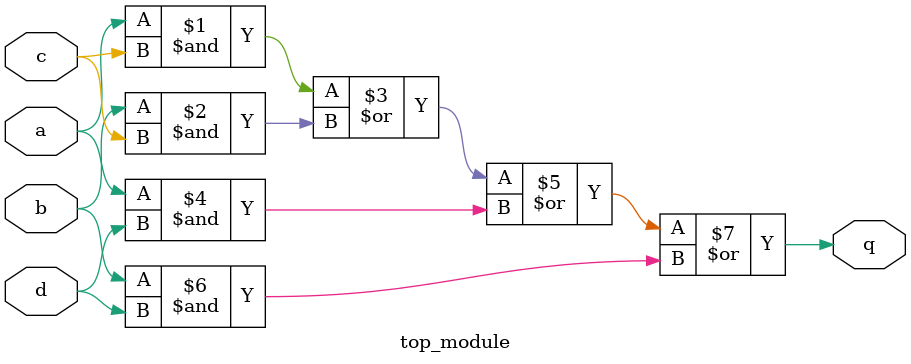
<source format=v>
module top_module (
    input a,
    input b,
    input c,
    input d,
    output q 
  );

    assign q = (a&c) | (b&c) | (a&d) | (b&d);

endmodule
</source>
